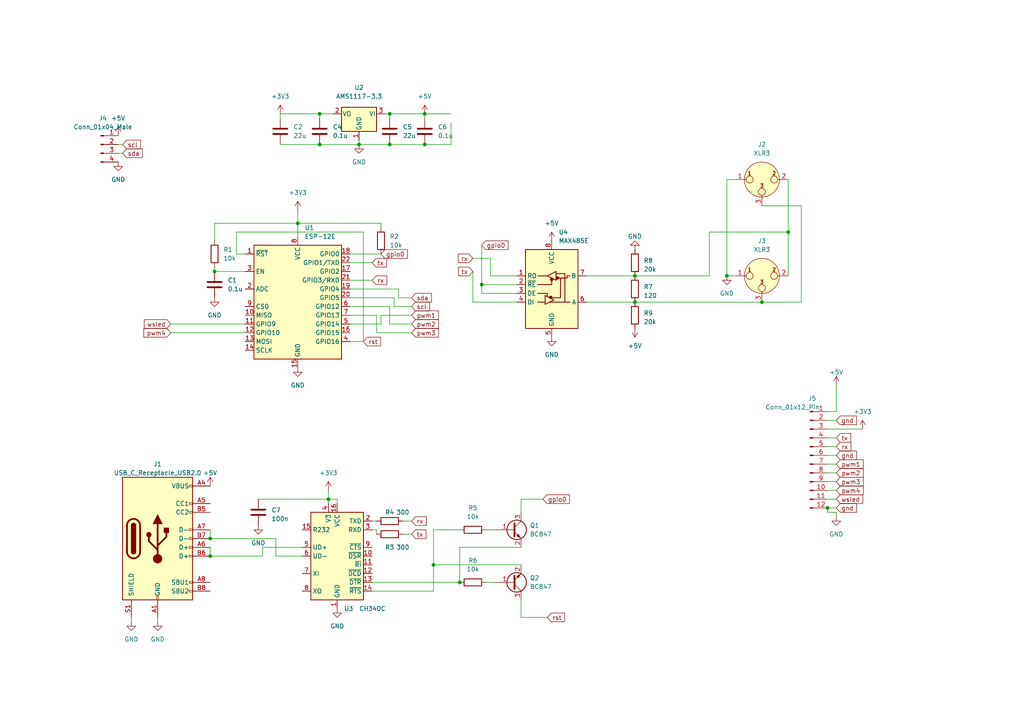
<source format=kicad_sch>
(kicad_sch (version 20230121) (generator eeschema)
  (paper "A4")
  (lib_symbols
    (symbol "+5V_1" (power) (pin_names (offset 0))
      (property "Value" "+5V_1" (at 0 3.556 0))
      (symbol "+5V_1_0_1"
        (polyline (pts (xy -0.762 1.27) (xy 0 2.54)))
        (polyline (pts (xy 0 0) (xy 0 2.54)))
        (polyline (pts (xy 0 2.54) (xy 0.762 1.27)))
      )
      (symbol "+5V_1_1_1"
        (pin power_in line (at 0 0 90) (length 0) hide (name "+5V") (number "1"))
      )
    )
    (symbol "+5V_2" (power) (pin_names (offset 0))
      (property "Value" "+5V_2" (at 0 3.556 0))
      (symbol "+5V_2_0_1"
        (polyline (pts (xy -0.762 1.27) (xy 0 2.54)))
        (polyline (pts (xy 0 0) (xy 0 2.54)))
        (polyline (pts (xy 0 2.54) (xy 0.762 1.27)))
      )
      (symbol "+5V_2_1_1"
        (pin power_in line (at 0 0 90) (length 0) hide (name "+5V") (number "1"))
      )
    )
    (symbol "+5V_3" (power) (pin_names (offset 0))
      (property "Value" "+5V_3" (at 0 3.556 0))
      (symbol "+5V_3_0_1"
        (polyline (pts (xy -0.762 1.27) (xy 0 2.54)))
        (polyline (pts (xy 0 0) (xy 0 2.54)))
        (polyline (pts (xy 0 2.54) (xy 0.762 1.27)))
      )
      (symbol "+5V_3_1_1"
        (pin power_in line (at 0 0 90) (length 0) hide (name "+5V") (number "1"))
      )
    )
    (symbol "Connector:Conn_01x04_Male" (pin_names (offset 1.016) hide)
      (property "Reference" "J" (at 0 5.08 0))
      (property "Value" "Conn_01x04_Male" (at 0 -7.62 0))
      (symbol "Conn_01x04_Male_1_1"
        (polyline (pts (xy 1.27 -5.08) (xy 0.8636 -5.08)) (stroke (width 0.1524)))
        (polyline (pts (xy 1.27 -2.54) (xy 0.8636 -2.54)) (stroke (width 0.1524)))
        (polyline (pts (xy 1.27 0) (xy 0.8636 0)) (stroke (width 0.1524)))
        (polyline (pts (xy 1.27 2.54) (xy 0.8636 2.54)) (stroke (width 0.1524)))
        (rectangle (start 0.8636 -4.953) (end 0 -5.207) (stroke (width 0.1524)) (fill (type outline)))
        (rectangle (start 0.8636 -2.413) (end 0 -2.667) (stroke (width 0.1524)) (fill (type outline)))
        (rectangle (start 0.8636 0.127) (end 0 -0.127) (stroke (width 0.1524)) (fill (type outline)))
        (rectangle (start 0.8636 2.667) (end 0 2.413) (stroke (width 0.1524)) (fill (type outline)))
        (pin passive line (at 5.08 2.54 180) (length 3.81) (name "Pin_1") (number "1"))
        (pin passive line (at 5.08 0 180) (length 3.81) (name "Pin_2") (number "2"))
        (pin passive line (at 5.08 -2.54 180) (length 3.81) (name "Pin_3") (number "3"))
        (pin passive line (at 5.08 -5.08 180) (length 3.81) (name "Pin_4") (number "4"))
      )
    )
    (symbol "Connector:Conn_01x12_Pin" (pin_names (offset 1.016) hide)
      (property "Reference" "J" (at 0 15.24 0))
      (property "Value" "Conn_01x12_Pin" (at 0 -17.78 0))
      (symbol "Conn_01x12_Pin_1_1"
        (polyline (pts (xy 1.27 -15.24) (xy 0.8636 -15.24)) (stroke (width 0.1524)))
        (polyline (pts (xy 1.27 -12.7) (xy 0.8636 -12.7)) (stroke (width 0.1524)))
        (polyline (pts (xy 1.27 -10.16) (xy 0.8636 -10.16)) (stroke (width 0.1524)))
        (polyline (pts (xy 1.27 -7.62) (xy 0.8636 -7.62)) (stroke (width 0.1524)))
        (polyline (pts (xy 1.27 -5.08) (xy 0.8636 -5.08)) (stroke (width 0.1524)))
        (polyline (pts (xy 1.27 -2.54) (xy 0.8636 -2.54)) (stroke (width 0.1524)))
        (polyline (pts (xy 1.27 0) (xy 0.8636 0)) (stroke (width 0.1524)))
        (polyline (pts (xy 1.27 2.54) (xy 0.8636 2.54)) (stroke (width 0.1524)))
        (polyline (pts (xy 1.27 5.08) (xy 0.8636 5.08)) (stroke (width 0.1524)))
        (polyline (pts (xy 1.27 7.62) (xy 0.8636 7.62)) (stroke (width 0.1524)))
        (polyline (pts (xy 1.27 10.16) (xy 0.8636 10.16)) (stroke (width 0.1524)))
        (polyline (pts (xy 1.27 12.7) (xy 0.8636 12.7)) (stroke (width 0.1524)))
        (rectangle (start 0.8636 -15.113) (end 0 -15.367) (stroke (width 0.1524)) (fill (type outline)))
        (rectangle (start 0.8636 -12.573) (end 0 -12.827) (stroke (width 0.1524)) (fill (type outline)))
        (rectangle (start 0.8636 -10.033) (end 0 -10.287) (stroke (width 0.1524)) (fill (type outline)))
        (rectangle (start 0.8636 -7.493) (end 0 -7.747) (stroke (width 0.1524)) (fill (type outline)))
        (rectangle (start 0.8636 -4.953) (end 0 -5.207) (stroke (width 0.1524)) (fill (type outline)))
        (rectangle (start 0.8636 -2.413) (end 0 -2.667) (stroke (width 0.1524)) (fill (type outline)))
        (rectangle (start 0.8636 0.127) (end 0 -0.127) (stroke (width 0.1524)) (fill (type outline)))
        (rectangle (start 0.8636 2.667) (end 0 2.413) (stroke (width 0.1524)) (fill (type outline)))
        (rectangle (start 0.8636 5.207) (end 0 4.953) (stroke (width 0.1524)) (fill (type outline)))
        (rectangle (start 0.8636 7.747) (end 0 7.493) (stroke (width 0.1524)) (fill (type outline)))
        (rectangle (start 0.8636 10.287) (end 0 10.033) (stroke (width 0.1524)) (fill (type outline)))
        (rectangle (start 0.8636 12.827) (end 0 12.573) (stroke (width 0.1524)) (fill (type outline)))
        (pin passive line (at 5.08 12.7 180) (length 3.81) (name "Pin_1") (number "1"))
        (pin passive line (at 5.08 -10.16 180) (length 3.81) (name "Pin_10") (number "10"))
        (pin passive line (at 5.08 -12.7 180) (length 3.81) (name "Pin_11") (number "11"))
        (pin passive line (at 5.08 -15.24 180) (length 3.81) (name "Pin_12") (number "12"))
        (pin passive line (at 5.08 10.16 180) (length 3.81) (name "Pin_2") (number "2"))
        (pin passive line (at 5.08 7.62 180) (length 3.81) (name "Pin_3") (number "3"))
        (pin passive line (at 5.08 5.08 180) (length 3.81) (name "Pin_4") (number "4"))
        (pin passive line (at 5.08 2.54 180) (length 3.81) (name "Pin_5") (number "5"))
        (pin passive line (at 5.08 0 180) (length 3.81) (name "Pin_6") (number "6"))
        (pin passive line (at 5.08 -2.54 180) (length 3.81) (name "Pin_7") (number "7"))
        (pin passive line (at 5.08 -5.08 180) (length 3.81) (name "Pin_8") (number "8"))
        (pin passive line (at 5.08 -7.62 180) (length 3.81) (name "Pin_9") (number "9"))
      )
    )
    (symbol "Connector:USB_C_Receptacle_USB2.0" (pin_names (offset 1.016))
      (property "Reference" "J" (at -10.16 19.05 0))
      (property "Value" "USB_C_Receptacle_USB2.0" (at 19.05 19.05 0))
      (symbol "USB_C_Receptacle_USB2.0_0_0"
        (rectangle (start -0.254 -17.78) (end 0.254 -16.764))
        (rectangle (start 10.16 -14.986) (end 9.144 -15.494))
        (rectangle (start 10.16 -12.446) (end 9.144 -12.954))
        (rectangle (start 10.16 -4.826) (end 9.144 -5.334))
        (rectangle (start 10.16 -2.286) (end 9.144 -2.794))
        (rectangle (start 10.16 0.254) (end 9.144 -0.254))
        (rectangle (start 10.16 2.794) (end 9.144 2.286))
        (rectangle (start 10.16 7.874) (end 9.144 7.366))
        (rectangle (start 10.16 10.414) (end 9.144 9.906))
        (rectangle (start 10.16 15.494) (end 9.144 14.986))
      )
      (symbol "USB_C_Receptacle_USB2.0_0_1"
        (rectangle (start -10.16 17.78) (end 10.16 -17.78) (stroke (width 0.254)) (fill (type background)))
        (arc (start -8.89 -3.81) (mid -6.985 -5.7067) (end -5.08 -3.81) (stroke (width 0.508)))
        (arc (start -7.62 -3.81) (mid -6.985 -4.4423) (end -6.35 -3.81) (stroke (width 0.254)))
        (arc (start -7.62 -3.81) (mid -6.985 -4.4423) (end -6.35 -3.81) (stroke (width 0.254)) (fill (type outline)))
        (rectangle (start -7.62 -3.81) (end -6.35 3.81) (stroke (width 0.254)) (fill (type outline)))
        (arc (start -6.35 3.81) (mid -6.985 4.4423) (end -7.62 3.81) (stroke (width 0.254)))
        (arc (start -6.35 3.81) (mid -6.985 4.4423) (end -7.62 3.81) (stroke (width 0.254)) (fill (type outline)))
        (arc (start -5.08 3.81) (mid -6.985 5.7067) (end -8.89 3.81) (stroke (width 0.508)))
        (circle (center -2.54 1.143) (radius 0.635) (stroke (width 0.254)) (fill (type outline)))
        (circle (center 0 -5.842) (radius 1.27) (fill (type outline)))
        (polyline (pts (xy -8.89 -3.81) (xy -8.89 3.81)) (stroke (width 0.508)))
        (polyline (pts (xy -5.08 3.81) (xy -5.08 -3.81)) (stroke (width 0.508)))
        (polyline (pts (xy 0 -5.842) (xy 0 4.318)) (stroke (width 0.508)))
        (polyline (pts (xy 0 -3.302) (xy -2.54 -0.762) (xy -2.54 0.508)) (stroke (width 0.508)))
        (polyline (pts (xy 0 -2.032) (xy 2.54 0.508) (xy 2.54 1.778)) (stroke (width 0.508)))
        (polyline (pts (xy -1.27 4.318) (xy 0 6.858) (xy 1.27 4.318) (xy -1.27 4.318)) (stroke (width 0.254)) (fill (type outline)))
        (rectangle (start 1.905 1.778) (end 3.175 3.048) (stroke (width 0.254)) (fill (type outline)))
      )
      (symbol "USB_C_Receptacle_USB2.0_1_1"
        (pin passive line (at 0 -22.86 90) (length 5.08) (name "GND") (number "A1"))
        (pin passive line (at 0 -22.86 90) (length 5.08) hide (name "GND") (number "A12"))
        (pin passive line (at 15.24 15.24 180) (length 5.08) (name "VBUS") (number "A4"))
        (pin bidirectional line (at 15.24 10.16 180) (length 5.08) (name "CC1") (number "A5"))
        (pin bidirectional line (at 15.24 -2.54 180) (length 5.08) (name "D+") (number "A6"))
        (pin bidirectional line (at 15.24 2.54 180) (length 5.08) (name "D-") (number "A7"))
        (pin bidirectional line (at 15.24 -12.7 180) (length 5.08) (name "SBU1") (number "A8"))
        (pin passive line (at 15.24 15.24 180) (length 5.08) hide (name "VBUS") (number "A9"))
        (pin passive line (at 0 -22.86 90) (length 5.08) hide (name "GND") (number "B1"))
        (pin passive line (at 0 -22.86 90) (length 5.08) hide (name "GND") (number "B12"))
        (pin passive line (at 15.24 15.24 180) (length 5.08) hide (name "VBUS") (number "B4"))
        (pin bidirectional line (at 15.24 7.62 180) (length 5.08) (name "CC2") (number "B5"))
        (pin bidirectional line (at 15.24 -5.08 180) (length 5.08) (name "D+") (number "B6"))
        (pin bidirectional line (at 15.24 0 180) (length 5.08) (name "D-") (number "B7"))
        (pin bidirectional line (at 15.24 -15.24 180) (length 5.08) (name "SBU2") (number "B8"))
        (pin passive line (at 15.24 15.24 180) (length 5.08) hide (name "VBUS") (number "B9"))
        (pin passive line (at -7.62 -22.86 90) (length 5.08) (name "SHIELD") (number "S1"))
      )
    )
    (symbol "Connector:XLR3" (pin_names hide)
      (property "Reference" "J" (at 0 8.89 0))
      (property "Value" "XLR3" (at 0 6.35 0))
      (symbol "XLR3_0_1"
        (circle (center -3.556 0) (radius 1.016))
        (circle (center 0 -3.556) (radius 1.016))
        (polyline (pts (xy -5.08 0) (xy -4.572 0)))
        (polyline (pts (xy 0 -5.08) (xy 0 -4.572)))
        (polyline (pts (xy 5.08 0) (xy 4.572 0)))
        (circle (center 0 0) (radius 5.08) (fill (type background)))
        (circle (center 3.556 0) (radius 1.016))
        (text "1" (at -3.556 1.778 0) (effects (font (size 1.016 1.016) bold)))
        (text "2" (at 3.556 1.778 0) (effects (font (size 1.016 1.016) bold)))
        (text "3" (at 0 -1.778 0) (effects (font (size 1.016 1.016) bold)))
        (pin passive line (at -7.62 0 0) (length 2.54) (name "~") (number "1"))
        (pin passive line (at 7.62 0 180) (length 2.54) (name "~") (number "2"))
        (pin passive line (at 0 -7.62 90) (length 2.54) (name "~") (number "3"))
      )
    )
    (symbol "Device:C" (pin_numbers hide) (pin_names (offset 0.254))
      (property "Reference" "C" (at 0.635 2.54 0))
      (property "Value" "C" (at 0.635 -2.54 0))
      (symbol "C_0_1"
        (polyline (pts (xy -2.032 -0.762) (xy 2.032 -0.762)) (stroke (width 0.508)))
        (polyline (pts (xy -2.032 0.762) (xy 2.032 0.762)) (stroke (width 0.508)))
      )
      (symbol "C_1_1"
        (pin passive line (at 0 3.81 270) (length 2.794) (name "~") (number "1"))
        (pin passive line (at 0 -3.81 90) (length 2.794) (name "~") (number "2"))
      )
    )
    (symbol "Device:R" (pin_numbers hide) (pin_names (offset 0))
      (property "Reference" "R" (at 2.032 0 90))
      (property "Value" "R" (at 0 0 90))
      (symbol "R_0_1"
        (rectangle (start -1.016 -2.54) (end 1.016 2.54) (stroke (width 0.254)))
      )
      (symbol "R_1_1"
        (pin passive line (at 0 3.81 270) (length 1.27) (name "~") (number "1"))
        (pin passive line (at 0 -3.81 90) (length 1.27) (name "~") (number "2"))
      )
    )
    (symbol "GND_1" (power) (pin_names (offset 0))
      (property "Value" "GND_1" (at 0 -3.81 0))
      (symbol "GND_1_0_1"
        (polyline (pts (xy 0 0) (xy 0 -1.27) (xy 1.27 -1.27) (xy 0 -2.54) (xy -1.27 -1.27) (xy 0 -1.27)))
      )
      (symbol "GND_1_1_1"
        (pin power_in line (at 0 0 270) (length 0) hide (name "GND") (number "1"))
      )
    )
    (symbol "GND_2" (power) (pin_names (offset 0))
      (property "Value" "GND_2" (at 0 -3.81 0))
      (symbol "GND_2_0_1"
        (polyline (pts (xy 0 0) (xy 0 -1.27) (xy 1.27 -1.27) (xy 0 -2.54) (xy -1.27 -1.27) (xy 0 -1.27)))
      )
      (symbol "GND_2_1_1"
        (pin power_in line (at 0 0 270) (length 0) hide (name "GND") (number "1"))
      )
    )
    (symbol "GND_3" (power) (pin_names (offset 0))
      (property "Value" "GND_3" (at 0 -3.81 0))
      (symbol "GND_3_0_1"
        (polyline (pts (xy 0 0) (xy 0 -1.27) (xy 1.27 -1.27) (xy 0 -2.54) (xy -1.27 -1.27) (xy 0 -1.27)))
      )
      (symbol "GND_3_1_1"
        (pin power_in line (at 0 0 270) (length 0) hide (name "GND") (number "1"))
      )
    )
    (symbol "Interface_UART:MAX485E"
      (property "Reference" "U" (at -6.096 11.43 0))
      (property "Value" "MAX485E" (at 0.762 11.43 0))
      (symbol "MAX485E_0_1"
        (rectangle (start -7.62 10.16) (end 7.62 -12.7) (stroke (width 0.254)) (fill (type background)))
        (circle (center -0.3048 -3.683) (radius 0.3556) (stroke (width 0.254)) (fill (type outline)))
        (circle (center -0.0254 1.4986) (radius 0.3556) (stroke (width 0.254)) (fill (type outline)))
        (polyline (pts (xy -4.064 -5.08) (xy -1.905 -5.08)) (stroke (width 0.254)))
        (polyline (pts (xy -4.064 2.54) (xy -1.27 2.54)) (stroke (width 0.254)))
        (polyline (pts (xy -1.27 -3.2004) (xy -1.27 -3.4544)) (stroke (width 0.254)))
        (polyline (pts (xy -0.635 -5.08) (xy 5.334 -5.08)) (stroke (width 0.254)))
        (polyline (pts (xy -4.064 -2.54) (xy -1.27 -2.54) (xy -1.27 -3.175)) (stroke (width 0.254)))
        (polyline (pts (xy 0 1.27) (xy 0 0) (xy -4.064 0)) (stroke (width 0.254)))
        (polyline (pts (xy 1.27 3.175) (xy 3.81 3.175) (xy 3.81 -5.08)) (stroke (width 0.254)))
        (polyline (pts (xy 2.54 1.905) (xy 2.54 -3.81) (xy 0 -3.81)) (stroke (width 0.254)))
        (polyline (pts (xy -1.905 -3.175) (xy -1.905 -5.715) (xy 0.635 -4.445) (xy -1.905 -3.175)) (stroke (width 0.254)))
        (polyline (pts (xy -1.27 2.54) (xy 1.27 3.81) (xy 1.27 1.27) (xy -1.27 2.54)) (stroke (width 0.254)))
        (polyline (pts (xy 1.905 1.905) (xy 4.445 1.905) (xy 4.445 2.54) (xy 5.334 2.54)) (stroke (width 0.254)))
        (rectangle (start 1.27 3.175) (end 1.27 3.175))
        (circle (center 1.651 1.905) (radius 0.3556) (stroke (width 0.254)) (fill (type outline)))
      )
      (symbol "MAX485E_1_1"
        (pin output line (at -10.16 2.54 0) (length 2.54) (name "RO") (number "1"))
        (pin input line (at -10.16 0 0) (length 2.54) (name "~{RE}") (number "2"))
        (pin input line (at -10.16 -2.54 0) (length 2.54) (name "DE") (number "3"))
        (pin input line (at -10.16 -5.08 0) (length 2.54) (name "DI") (number "4"))
        (pin power_in line (at 0 -15.24 90) (length 2.54) (name "GND") (number "5"))
        (pin bidirectional line (at 10.16 -5.08 180) (length 2.54) (name "A") (number "6"))
        (pin bidirectional line (at 10.16 2.54 180) (length 2.54) (name "B") (number "7"))
        (pin power_in line (at 0 12.7 270) (length 2.54) (name "VCC") (number "8"))
      )
    )
    (symbol "Interface_USB:CH340G"
      (property "Reference" "U" (at -5.08 13.97 0))
      (property "Value" "CH340G" (at 1.27 13.97 0))
      (symbol "CH340G_0_1"
        (rectangle (start -7.62 12.7) (end 7.62 -12.7) (stroke (width 0.254)) (fill (type background)))
      )
      (symbol "CH340G_1_1"
        (pin power_in line (at 0 -15.24 90) (length 2.54) (name "GND") (number "1"))
        (pin input line (at 10.16 0 180) (length 2.54) (name "~{DSR}") (number "10"))
        (pin input line (at 10.16 -2.54 180) (length 2.54) (name "~{RI}") (number "11"))
        (pin input line (at 10.16 -5.08 180) (length 2.54) (name "~{DCD}") (number "12"))
        (pin output line (at 10.16 -7.62 180) (length 2.54) (name "~{DTR}") (number "13"))
        (pin output line (at 10.16 -10.16 180) (length 2.54) (name "~{RTS}") (number "14"))
        (pin input line (at -10.16 7.62 0) (length 2.54) (name "R232") (number "15"))
        (pin power_in line (at 0 15.24 270) (length 2.54) (name "VCC") (number "16"))
        (pin output line (at 10.16 10.16 180) (length 2.54) (name "TXD") (number "2"))
        (pin input line (at 10.16 7.62 180) (length 2.54) (name "RXD") (number "3"))
        (pin passive line (at -2.54 15.24 270) (length 2.54) (name "V3") (number "4"))
        (pin bidirectional line (at -10.16 2.54 0) (length 2.54) (name "UD+") (number "5"))
        (pin bidirectional line (at -10.16 0 0) (length 2.54) (name "UD-") (number "6"))
        (pin input line (at -10.16 -5.08 0) (length 2.54) (name "XI") (number "7"))
        (pin output line (at -10.16 -10.16 0) (length 2.54) (name "XO") (number "8"))
        (pin input line (at 10.16 2.54 180) (length 2.54) (name "~{CTS}") (number "9"))
      )
    )
    (symbol "RF_Module:ESP-12E"
      (property "Reference" "U" (at -12.7 19.05 0))
      (property "Value" "ESP-12E" (at 12.7 19.05 0))
      (symbol "ESP-12E_0_1"
        (rectangle (start -12.7 17.78) (end 12.7 -15.24) (stroke (width 0.254)) (fill (type background)))
      )
      (symbol "ESP-12E_1_1"
        (pin input line (at -15.24 15.24 0) (length 2.54) (name "~{RST}") (number "1"))
        (pin bidirectional line (at -15.24 -2.54 0) (length 2.54) (name "MISO") (number "10"))
        (pin bidirectional line (at -15.24 -5.08 0) (length 2.54) (name "GPIO9") (number "11"))
        (pin bidirectional line (at -15.24 -7.62 0) (length 2.54) (name "GPIO10") (number "12"))
        (pin bidirectional line (at -15.24 -10.16 0) (length 2.54) (name "MOSI") (number "13"))
        (pin bidirectional line (at -15.24 -12.7 0) (length 2.54) (name "SCLK") (number "14"))
        (pin power_in line (at 0 -17.78 90) (length 2.54) (name "GND") (number "15"))
        (pin bidirectional line (at 15.24 -7.62 180) (length 2.54) (name "GPIO15") (number "16"))
        (pin bidirectional line (at 15.24 10.16 180) (length 2.54) (name "GPIO2") (number "17"))
        (pin bidirectional line (at 15.24 15.24 180) (length 2.54) (name "GPIO0") (number "18"))
        (pin bidirectional line (at 15.24 5.08 180) (length 2.54) (name "GPIO4") (number "19"))
        (pin input line (at -15.24 5.08 0) (length 2.54) (name "ADC") (number "2"))
        (pin bidirectional line (at 15.24 2.54 180) (length 2.54) (name "GPIO5") (number "20"))
        (pin bidirectional line (at 15.24 7.62 180) (length 2.54) (name "GPIO3/RXD") (number "21"))
        (pin bidirectional line (at 15.24 12.7 180) (length 2.54) (name "GPIO1/TXD") (number "22"))
        (pin input line (at -15.24 10.16 0) (length 2.54) (name "EN") (number "3"))
        (pin bidirectional line (at 15.24 -10.16 180) (length 2.54) (name "GPIO16") (number "4"))
        (pin bidirectional line (at 15.24 -5.08 180) (length 2.54) (name "GPIO14") (number "5"))
        (pin bidirectional line (at 15.24 0 180) (length 2.54) (name "GPIO12") (number "6"))
        (pin bidirectional line (at 15.24 -2.54 180) (length 2.54) (name "GPIO13") (number "7"))
        (pin power_in line (at 0 20.32 270) (length 2.54) (name "VCC") (number "8"))
        (pin input line (at -15.24 0 0) (length 2.54) (name "CS0") (number "9"))
      )
    )
    (symbol "Regulator_Linear:AMS1117-3.3" (pin_names (offset 0.254))
      (property "Reference" "U" (at -3.81 3.175 0))
      (property "Value" "AMS1117-3.3" (at 0 3.175 0))
      (symbol "AMS1117-3.3_0_1"
        (rectangle (start -5.08 -5.08) (end 5.08 1.905) (stroke (width 0.254)) (fill (type background)))
      )
      (symbol "AMS1117-3.3_1_1"
        (pin power_in line (at 0 -7.62 90) (length 2.54) (name "GND") (number "1"))
        (pin power_out line (at 7.62 0 180) (length 2.54) (name "VO") (number "2"))
        (pin power_in line (at -7.62 0 0) (length 2.54) (name "VI") (number "3"))
      )
    )
    (symbol "Transistor_BJT:BC847" (pin_names (offset 0) hide)
      (property "Reference" "Q" (at 5.08 1.905 0))
      (property "Value" "BC847" (at 5.08 0 0))
      (symbol "BC847_0_1"
        (polyline (pts (xy 0.635 0.635) (xy 2.54 2.54)))
        (polyline (pts (xy 0.635 -0.635) (xy 2.54 -2.54) (xy 2.54 -2.54)))
        (polyline (pts (xy 0.635 1.905) (xy 0.635 -1.905) (xy 0.635 -1.905)) (stroke (width 0.508)))
        (polyline (pts (xy 1.27 -1.778) (xy 1.778 -1.27) (xy 2.286 -2.286) (xy 1.27 -1.778) (xy 1.27 -1.778)) (fill (type outline)))
        (circle (center 1.27 0) (radius 2.8194) (stroke (width 0.254)))
      )
      (symbol "BC847_1_1"
        (pin input line (at -5.08 0 0) (length 5.715) (name "B") (number "1"))
        (pin passive line (at 2.54 -5.08 90) (length 2.54) (name "E") (number "2"))
        (pin passive line (at 2.54 5.08 270) (length 2.54) (name "C") (number "3"))
      )
    )
    (symbol "power:+3.3V" (power) (pin_names (offset 0))
      (property "Value" "+3.3V" (at 0 3.556 0))
      (symbol "+3.3V_0_1"
        (polyline (pts (xy -0.762 1.27) (xy 0 2.54)))
        (polyline (pts (xy 0 0) (xy 0 2.54)))
        (polyline (pts (xy 0 2.54) (xy 0.762 1.27)))
      )
      (symbol "+3.3V_1_1"
        (pin power_in line (at 0 0 90) (length 0) hide (name "+3V3") (number "1"))
      )
    )
    (symbol "power:+5V" (power) (pin_names (offset 0))
      (property "Value" "+5V" (at 0 3.556 0))
      (symbol "+5V_0_1"
        (polyline (pts (xy -0.762 1.27) (xy 0 2.54)))
        (polyline (pts (xy 0 0) (xy 0 2.54)))
        (polyline (pts (xy 0 2.54) (xy 0.762 1.27)))
      )
      (symbol "+5V_1_1"
        (pin power_in line (at 0 0 90) (length 0) hide (name "+5V") (number "1"))
      )
    )
    (symbol "power:GND" (power) (pin_names (offset 0))
      (property "Value" "GND" (at 0 -3.81 0))
      (symbol "GND_0_1"
        (polyline (pts (xy 0 0) (xy 0 -1.27) (xy 1.27 -1.27) (xy 0 -2.54) (xy -1.27 -1.27) (xy 0 -1.27)))
      )
      (symbol "GND_1_1"
        (pin power_in line (at 0 0 270) (length 0) hide (name "GND") (number "1"))
      )
    )
  )
  (junction (at 113.03 41.91))
  (junction (at 133.35 168.91))
  (junction (at 210.82 80.01))
  (junction (at 123.19 33.02))
  (junction (at 92.71 33.02))
  (junction (at 228.6 67.31))
  (junction (at 113.03 33.02))
  (junction (at 220.98 87.63))
  (junction (at 95.25 144.78))
  (junction (at 104.14 41.91))
  (junction (at 60.96 156.21))
  (junction (at 86.36 64.77))
  (junction (at 184.15 87.63))
  (junction (at 62.23 78.74))
  (junction (at 184.15 80.01))
  (junction (at 240.03 147.32))
  (junction (at 60.96 161.29))
  (junction (at 123.19 41.91))
  (junction (at 92.71 41.91))
  (junction (at 139.7 82.55))
  (junction (at 125.73 163.83))
  (wire (pts (xy 240.03 129.54) (xy 242.57 129.54)))
  (wire (pts (xy 151.13 163.83) (xy 125.73 163.83)))
  (wire (pts (xy 130.81 35.56) (xy 130.81 41.91)))
  (wire (pts (xy 125.73 171.45) (xy 125.73 163.83)))
  (wire (pts (xy 232.41 87.63) (xy 220.98 87.63)))
  (wire (pts (xy 109.22 154.94) (xy 109.22 153.67)))
  (wire (pts (xy 60.96 161.29) (xy 76.2 161.29)))
  (wire (pts (xy 110.49 93.98) (xy 110.49 91.44)))
  (wire (pts (xy 240.03 134.62) (xy 242.57 134.62)))
  (wire (pts (xy 232.41 59.69) (xy 232.41 87.63)))
  (wire (pts (xy 101.6 91.44) (xy 109.22 91.44)))
  (wire (pts (xy 92.71 33.02) (xy 81.28 33.02)))
  (wire (pts (xy 80.01 161.29) (xy 80.01 156.21)))
  (wire (pts (xy 240.03 127) (xy 242.57 127)))
  (wire (pts (xy 184.15 80.01) (xy 205.74 80.01)))
  (wire (pts (xy 240.03 148.59) (xy 242.57 148.59)))
  (wire (pts (xy 81.28 41.91) (xy 92.71 41.91)))
  (wire (pts (xy 104.14 40.64) (xy 104.14 41.91)))
  (wire (pts (xy 125.73 163.83) (xy 125.73 153.67)))
  (wire (pts (xy 125.73 153.67) (xy 133.35 153.67)))
  (wire (pts (xy 76.2 161.29) (xy 76.2 158.75)))
  (wire (pts (xy 105.41 99.06) (xy 105.41 67.31)))
  (wire (pts (xy 109.22 151.13) (xy 107.95 151.13)))
  (wire (pts (xy 109.22 96.52) (xy 119.38 96.52)))
  (wire (pts (xy 101.6 86.36) (xy 114.3 86.36)))
  (wire (pts (xy 60.96 156.21) (xy 80.01 156.21)))
  (wire (pts (xy 113.03 41.91) (xy 123.19 41.91)))
  (wire (pts (xy 95.25 144.78) (xy 95.25 146.05)))
  (wire (pts (xy 205.74 67.31) (xy 228.6 67.31)))
  (wire (pts (xy 240.03 139.7) (xy 242.57 139.7)))
  (wire (pts (xy 105.41 67.31) (xy 68.58 67.31)))
  (wire (pts (xy 115.57 83.82) (xy 115.57 86.36)))
  (wire (pts (xy 170.18 87.63) (xy 184.15 87.63)))
  (wire (pts (xy 139.7 85.09) (xy 139.7 82.55)))
  (wire (pts (xy 110.49 91.44) (xy 119.38 91.44)))
  (wire (pts (xy 158.75 179.07) (xy 151.13 179.07)))
  (wire (pts (xy 170.18 80.01) (xy 184.15 80.01)))
  (wire (pts (xy 240.03 144.78) (xy 242.57 144.78)))
  (wire (pts (xy 130.81 41.91) (xy 123.19 41.91)))
  (wire (pts (xy 110.49 64.77) (xy 86.36 64.77)))
  (wire (pts (xy 114.3 88.9) (xy 119.38 88.9)))
  (wire (pts (xy 220.98 59.69) (xy 232.41 59.69)))
  (wire (pts (xy 123.19 33.02) (xy 123.19 34.29)))
  (wire (pts (xy 60.96 161.29) (xy 60.96 158.75)))
  (wire (pts (xy 228.6 52.07) (xy 228.6 67.31)))
  (wire (pts (xy 101.6 81.28) (xy 107.95 81.28)))
  (wire (pts (xy 62.23 78.74) (xy 62.23 77.47)))
  (wire (pts (xy 240.03 147.32) (xy 242.57 147.32)))
  (wire (pts (xy 107.95 171.45) (xy 125.73 171.45)))
  (wire (pts (xy 133.35 168.91) (xy 133.35 158.75)))
  (wire (pts (xy 76.2 158.75) (xy 87.63 158.75)))
  (wire (pts (xy 86.36 64.77) (xy 86.36 68.58)))
  (wire (pts (xy 101.6 76.2) (xy 107.95 76.2)))
  (wire (pts (xy 38.1 179.07) (xy 38.1 180.34)))
  (wire (pts (xy 95.25 144.78) (xy 74.93 144.78)))
  (wire (pts (xy 68.58 67.31) (xy 68.58 73.66)))
  (wire (pts (xy 104.14 41.91) (xy 113.03 41.91)))
  (wire (pts (xy 240.03 121.92) (xy 242.57 121.92)))
  (wire (pts (xy 86.36 64.77) (xy 62.23 64.77)))
  (wire (pts (xy 137.16 74.93) (xy 142.24 74.93)))
  (wire (pts (xy 110.49 66.04) (xy 110.49 64.77)))
  (wire (pts (xy 137.16 87.63) (xy 137.16 78.74)))
  (wire (pts (xy 101.6 99.06) (xy 105.41 99.06)))
  (wire (pts (xy 149.86 87.63) (xy 137.16 87.63)))
  (wire (pts (xy 107.95 153.67) (xy 109.22 153.67)))
  (wire (pts (xy 113.03 33.02) (xy 123.19 33.02)))
  (wire (pts (xy 62.23 64.77) (xy 62.23 69.85)))
  (wire (pts (xy 139.7 71.12) (xy 139.7 82.55)))
  (wire (pts (xy 101.6 83.82) (xy 115.57 83.82)))
  (wire (pts (xy 97.79 146.05) (xy 97.79 144.78)))
  (wire (pts (xy 49.53 96.52) (xy 71.12 96.52)))
  (wire (pts (xy 107.95 168.91) (xy 133.35 168.91)))
  (wire (pts (xy 35.56 41.91) (xy 34.29 41.91)))
  (wire (pts (xy 68.58 73.66) (xy 71.12 73.66)))
  (wire (pts (xy 242.57 148.59) (xy 242.57 149.86)))
  (wire (pts (xy 213.36 80.01) (xy 210.82 80.01)))
  (wire (pts (xy 123.19 33.02) (xy 130.81 33.02)))
  (wire (pts (xy 101.6 73.66) (xy 110.49 73.66)))
  (wire (pts (xy 242.57 119.38) (xy 240.03 119.38)))
  (wire (pts (xy 71.12 78.74) (xy 62.23 78.74)))
  (wire (pts (xy 205.74 80.01) (xy 205.74 67.31)))
  (wire (pts (xy 87.63 161.29) (xy 80.01 161.29)))
  (wire (pts (xy 45.72 180.34) (xy 45.72 179.07)))
  (wire (pts (xy 140.97 168.91) (xy 143.51 168.91)))
  (wire (pts (xy 240.03 148.59) (xy 240.03 147.32)))
  (wire (pts (xy 60.96 156.21) (xy 60.96 153.67)))
  (wire (pts (xy 140.97 153.67) (xy 143.51 153.67)))
  (wire (pts (xy 86.36 60.96) (xy 86.36 64.77)))
  (wire (pts (xy 242.57 111.76) (xy 242.57 119.38)))
  (wire (pts (xy 81.28 33.02) (xy 81.28 34.29)))
  (wire (pts (xy 151.13 148.59) (xy 151.13 144.78)))
  (wire (pts (xy 149.86 80.01) (xy 142.24 80.01)))
  (wire (pts (xy 133.35 158.75) (xy 151.13 158.75)))
  (wire (pts (xy 96.52 33.02) (xy 92.71 33.02)))
  (wire (pts (xy 210.82 52.07) (xy 210.82 80.01)))
  (wire (pts (xy 116.84 154.94) (xy 119.38 154.94)))
  (wire (pts (xy 97.79 144.78) (xy 95.25 144.78)))
  (wire (pts (xy 151.13 144.78) (xy 157.48 144.78)))
  (wire (pts (xy 149.86 85.09) (xy 139.7 85.09)))
  (wire (pts (xy 240.03 142.24) (xy 242.57 142.24)))
  (wire (pts (xy 240.03 137.16) (xy 242.57 137.16)))
  (wire (pts (xy 139.7 82.55) (xy 149.86 82.55)))
  (wire (pts (xy 101.6 93.98) (xy 110.49 93.98)))
  (wire (pts (xy 114.3 86.36) (xy 114.3 88.9)))
  (wire (pts (xy 184.15 87.63) (xy 220.98 87.63)))
  (wire (pts (xy 151.13 179.07) (xy 151.13 173.99)))
  (wire (pts (xy 142.24 80.01) (xy 142.24 74.93)))
  (wire (pts (xy 240.03 132.08) (xy 242.57 132.08)))
  (wire (pts (xy 116.84 151.13) (xy 119.38 151.13)))
  (wire (pts (xy 111.76 33.02) (xy 113.03 33.02)))
  (wire (pts (xy 213.36 52.07) (xy 210.82 52.07)))
  (wire (pts (xy 113.03 88.9) (xy 113.03 93.98)))
  (wire (pts (xy 228.6 67.31) (xy 228.6 80.01)))
  (wire (pts (xy 95.25 142.24) (xy 95.25 144.78)))
  (wire (pts (xy 240.03 124.46) (xy 250.19 124.46)))
  (wire (pts (xy 115.57 86.36) (xy 119.38 86.36)))
  (wire (pts (xy 101.6 88.9) (xy 113.03 88.9)))
  (wire (pts (xy 113.03 34.29) (xy 113.03 33.02)))
  (wire (pts (xy 92.71 33.02) (xy 92.71 34.29)))
  (wire (pts (xy 49.53 93.98) (xy 71.12 93.98)))
  (wire (pts (xy 109.22 91.44) (xy 109.22 96.52)))
  (wire (pts (xy 92.71 41.91) (xy 104.14 41.91)))
  (wire (pts (xy 113.03 93.98) (xy 119.38 93.98)))
  (wire (pts (xy 35.56 44.45) (xy 34.29 44.45)))
  (global_label "scl" (shape input) (at 35.56 41.91 0) (property "Intersheetrefs" "${INTERSHEET_REFS}" (effects hide)))
  (global_label "pwm3" (shape input) (at 242.57 139.7 0) (property "Intersheetrefs" "${INTERSHEET_REFS}" (effects hide)))
  (global_label "tx" (shape input) (at 242.57 127 0) (property "Intersheetrefs" "${INTERSHEET_REFS}" (effects hide)))
  (global_label "pwm4" (shape input) (at 242.57 142.24 0) (property "Intersheetrefs" "${INTERSHEET_REFS}" (effects hide)))
  (global_label "wsled" (shape input) (at 242.57 144.78 0) (property "Intersheetrefs" "${INTERSHEET_REFS}" (effects hide)))
  (global_label "rx" (shape input) (at 107.95 81.28 0) (property "Intersheetrefs" "${INTERSHEET_REFS}" (effects hide)))
  (global_label "gpio0" (shape input) (at 139.7 71.12 0) (property "Intersheetrefs" "${INTERSHEET_REFS}" (effects hide)))
  (global_label "pwm1" (shape input) (at 242.57 134.62 0) (property "Intersheetrefs" "${INTERSHEET_REFS}" (effects hide)))
  (global_label "pwm4" (shape input) (at 49.53 96.52 180) (property "Intersheetrefs" "${INTERSHEET_REFS}" (effects hide)))
  (global_label "tx" (shape input) (at 119.38 154.94 0) (property "Intersheetrefs" "${INTERSHEET_REFS}" (effects hide)))
  (global_label "pwm2" (shape input) (at 119.38 93.98 0) (property "Intersheetrefs" "${INTERSHEET_REFS}" (effects hide)))
  (global_label "sda" (shape input) (at 35.56 44.45 0) (property "Intersheetrefs" "${INTERSHEET_REFS}" (effects hide)))
  (global_label "tx" (shape input) (at 107.95 76.2 0) (property "Intersheetrefs" "${INTERSHEET_REFS}" (effects hide)))
  (global_label "gpio0" (shape input) (at 110.49 73.66 0) (property "Intersheetrefs" "${INTERSHEET_REFS}" (effects hide)))
  (global_label "rst" (shape input) (at 105.41 99.06 0) (property "Intersheetrefs" "${INTERSHEET_REFS}" (effects hide)))
  (global_label "rx" (shape input) (at 242.57 129.54 0) (property "Intersheetrefs" "${INTERSHEET_REFS}" (effects hide)))
  (global_label "scl" (shape input) (at 119.38 88.9 0) (property "Intersheetrefs" "${INTERSHEET_REFS}" (effects hide)))
  (global_label "gnd" (shape input) (at 242.57 121.92 0) (property "Intersheetrefs" "${INTERSHEET_REFS}" (effects hide)))
  (global_label "rx" (shape input) (at 137.16 74.93 180) (property "Intersheetrefs" "${INTERSHEET_REFS}" (effects hide)))
  (global_label "gpio0" (shape input) (at 157.48 144.78 0) (property "Intersheetrefs" "${INTERSHEET_REFS}" (effects hide)))
  (global_label "pwm2" (shape input) (at 242.57 137.16 0) (property "Intersheetrefs" "${INTERSHEET_REFS}" (effects hide)))
  (global_label "wsled" (shape input) (at 49.53 93.98 180) (property "Intersheetrefs" "${INTERSHEET_REFS}" (effects hide)))
  (global_label "rst" (shape input) (at 158.75 179.07 0) (property "Intersheetrefs" "${INTERSHEET_REFS}" (effects hide)))
  (global_label "gnd" (shape input) (at 242.57 132.08 0) (property "Intersheetrefs" "${INTERSHEET_REFS}" (effects hide)))
  (global_label "tx" (shape input) (at 137.16 78.74 180) (property "Intersheetrefs" "${INTERSHEET_REFS}" (effects hide)))
  (global_label "pwm3" (shape input) (at 119.38 96.52 0) (property "Intersheetrefs" "${INTERSHEET_REFS}" (effects hide)))
  (global_label "pwm1" (shape input) (at 119.38 91.44 0) (property "Intersheetrefs" "${INTERSHEET_REFS}" (effects hide)))
  (global_label "gnd" (shape input) (at 242.57 147.32 0) (property "Intersheetrefs" "${INTERSHEET_REFS}" (effects hide)))
  (global_label "rx" (shape input) (at 119.38 151.13 0) (property "Intersheetrefs" "${INTERSHEET_REFS}" (effects hide)))
  (global_label "sda" (shape input) (at 119.38 86.36 0) (property "Intersheetrefs" "${INTERSHEET_REFS}" (effects hide)))
  (symbol (lib_id "Device:R") (at 184.15 91.44 0) (unit 1)
    (property "Reference" "R9" (at 186.69 90.805 0) (effects (justify left)))
    (property "Value" "20k" (at 186.69 93.345 0) (effects (justify left)))
    (property "Footprint" "Resistor_SMD:R_0805_2012Metric_Pad1.20x1.40mm_HandSolder" (effects hide))
  )
  (symbol (lib_name "+5V_1") (lib_id "power:+5V") (at 184.15 95.25 180) (unit 1)
    (property "Reference" "#PWR017" (effects hide))
    (property "Value" "+5V" (at 184.15 100.33 0))
  )
  (symbol (lib_id "power:GND") (at 210.82 80.01 0) (unit 1)
    (property "Reference" "#PWR013" (effects hide))
    (property "Value" "GND" (at 210.82 85.09 0))
  )
  (symbol (lib_id "Connector:Conn_01x04_Male") (at 29.21 41.91 0) (unit 1)
    (property "Reference" "J4" (at 29.845 34.29 0))
    (property "Value" "Conn_01x04_Male" (at 29.845 36.83 0))
    (property "Footprint" "Connector_PinHeader_2.54mm:PinHeader_1x04_P2.54mm_Vertical" (effects hide))
  )
  (symbol (lib_id "Device:R") (at 137.16 168.91 90) (unit 1)
    (property "Reference" "R6" (at 137.16 162.56 90))
    (property "Value" "10k" (at 137.16 165.1 90))
    (property "Footprint" "Resistor_SMD:R_0805_2012Metric_Pad1.20x1.40mm_HandSolder" (effects hide))
  )
  (symbol (lib_id "Device:R") (at 184.15 76.2 0) (unit 1)
    (property "Reference" "R8" (at 186.69 75.565 0) (effects (justify left)))
    (property "Value" "20k" (at 186.69 78.105 0) (effects (justify left)))
    (property "Footprint" "Resistor_SMD:R_0805_2012Metric_Pad1.20x1.40mm_HandSolder" (effects hide))
  )
  (symbol (lib_id "Connector:USB_C_Receptacle_USB2.0") (at 45.72 156.21 0) (unit 1)
    (property "Reference" "J1" (at 45.72 134.62 0))
    (property "Value" "USB_C_Receptacle_USB2.0" (at 45.72 137.16 0))
    (property "Footprint" "usb connectors:TYPE-C-31-M-12" (effects hide))
    (property "Datasheet" "https://www.usb.org/sites/default/files/documents/usb_type-c.zip" (effects hide))
  )
  (symbol (lib_id "Interface_USB:CH340G") (at 97.79 161.29 0) (unit 1)
    (property "Reference" "U3" (at 99.7459 176.53 0) (effects (justify left)))
    (property "Value" "CH340C" (at 104.14 176.53 0) (effects (justify left)))
    (property "Footprint" "Package_SO:SOIC-16_3.9x9.9mm_P1.27mm" (effects hide))
    (property "Datasheet" "http://www.datasheet5.com/pdf-local-2195953" (effects hide))
  )
  (symbol (lib_id "power:+3.3V") (at 95.25 142.24 0) (unit 1)
    (property "Reference" "#PWR010" (effects hide))
    (property "Value" "+3.3V" (at 95.25 137.16 0))
  )
  (symbol (lib_id "Device:R") (at 62.23 73.66 0) (unit 1)
    (property "Reference" "R1" (at 64.77 72.3899 0) (effects (justify left)))
    (property "Value" "10k" (at 64.77 74.9299 0) (effects (justify left)))
    (property "Footprint" "Resistor_SMD:R_0805_2012Metric_Pad1.20x1.40mm_HandSolder" (effects hide))
  )
  (symbol (lib_id "power:GND") (at 62.23 86.36 0) (unit 1)
    (property "Reference" "#PWR03" (effects hide))
    (property "Value" "GND" (at 62.23 91.44 0))
  )
  (symbol (lib_id "Device:C") (at 113.03 38.1 0) (unit 1)
    (property "Reference" "C5" (at 116.84 36.8299 0) (effects (justify left)))
    (property "Value" "22u" (at 116.84 39.3699 0) (effects (justify left)))
    (property "Footprint" "Capacitor_SMD:C_0805_2012Metric_Pad1.18x1.45mm_HandSolder" (effects hide))
  )
  (symbol (lib_name "GND_1") (lib_id "power:GND") (at 184.15 72.39 180) (unit 1)
    (property "Reference" "#PWR016" (effects hide))
    (property "Value" "GND" (at 184.15 68.58 0))
  )
  (symbol (lib_id "Transistor_BJT:BC847") (at 148.59 168.91 0) (mirror x) (unit 1)
    (property "Reference" "Q2" (at 153.67 167.6399 0) (effects (justify left)))
    (property "Value" "BC847" (at 153.67 170.1799 0) (effects (justify left)))
    (property "Footprint" "Package_TO_SOT_SMD:SOT-23" (effects hide))
    (property "Datasheet" "http://www.infineon.com/dgdl/Infineon-BC847SERIES_BC848SERIES_BC849SERIES_BC850SERIES-DS-v01_01-en.pdf?fileId=db3a304314dca389011541d4630a1657" (effects hide))
  )
  (symbol (lib_id "power:+5V") (at 160.02 69.85 0) (unit 1)
    (property "Reference" "#PWR011" (effects hide))
    (property "Value" "+5V" (at 160.02 64.77 0))
  )
  (symbol (lib_id "Regulator_Linear:AMS1117-3.3") (at 104.14 33.02 0) (mirror y) (unit 1)
    (property "Reference" "U2" (at 104.14 25.4 0))
    (property "Value" "AMS1117-3.3" (at 104.14 27.94 0))
    (property "Footprint" "Package_TO_SOT_SMD:SOT-223-3_TabPin2" (effects hide))
    (property "Datasheet" "http://www.advanced-monolithic.com/pdf/ds1117.pdf" (effects hide))
  )
  (symbol (lib_name "+5V_3") (lib_id "power:+5V") (at 60.96 140.97 0) (unit 1)
    (property "Reference" "#PWR05" (effects hide))
    (property "Value" "+5V" (at 60.96 137.16 0))
  )
  (symbol (lib_id "Connector:XLR3") (at 220.98 52.07 0) (unit 1)
    (property "Reference" "J2" (at 220.98 41.91 0))
    (property "Value" "XLR3" (at 220.98 44.45 0))
    (property "Footprint" "Connector_PinHeader_2.54mm:PinHeader_1x03_P2.54mm_Vertical" (effects hide))
    (property "Datasheet" " ~" (effects hide))
  )
  (symbol (lib_id "power:GND") (at 34.29 46.99 0) (unit 1)
    (property "Reference" "#PWR015" (effects hide))
    (property "Value" "GND" (at 34.29 52.07 0))
  )
  (symbol (lib_id "power:GND") (at 160.02 97.79 0) (unit 1)
    (property "Reference" "#PWR012" (effects hide))
    (property "Value" "GND" (at 160.02 102.87 0))
  )
  (symbol (lib_id "power:GND") (at 104.14 41.91 0) (unit 1)
    (property "Reference" "#PWR08" (effects hide))
    (property "Value" "GND" (at 104.14 46.99 0))
  )
  (symbol (lib_id "Device:C") (at 92.71 38.1 0) (unit 1)
    (property "Reference" "C4" (at 96.52 36.8299 0) (effects (justify left)))
    (property "Value" "0.1u" (at 96.52 39.3699 0) (effects (justify left)))
    (property "Footprint" "Capacitor_SMD:C_0805_2012Metric_Pad1.18x1.45mm_HandSolder" (effects hide))
  )
  (symbol (lib_id "Device:C") (at 62.23 82.55 0) (unit 1)
    (property "Reference" "C1" (at 66.04 81.2799 0) (effects (justify left)))
    (property "Value" "0.1u" (at 66.04 83.8199 0) (effects (justify left)))
    (property "Footprint" "Capacitor_SMD:C_0805_2012Metric_Pad1.18x1.45mm_HandSolder" (effects hide))
  )
  (symbol (lib_id "power:+3.3V") (at 86.36 60.96 0) (unit 1)
    (property "Reference" "#PWR06" (effects hide))
    (property "Value" "+3.3V" (at 86.36 55.88 0))
  )
  (symbol (lib_id "Device:R") (at 110.49 69.85 0) (unit 1)
    (property "Reference" "R2" (at 113.03 68.5799 0) (effects (justify left)))
    (property "Value" "10k" (at 113.03 71.1199 0) (effects (justify left)))
    (property "Footprint" "Resistor_SMD:R_0805_2012Metric_Pad1.20x1.40mm_HandSolder" (effects hide))
  )
  (symbol (lib_id "Connector:XLR3") (at 220.98 80.01 0) (unit 1)
    (property "Reference" "J3" (at 220.98 69.85 0))
    (property "Value" "XLR3" (at 220.98 72.39 0))
    (property "Footprint" "Connector_PinHeader_2.54mm:PinHeader_1x03_P2.54mm_Vertical" (effects hide))
    (property "Datasheet" " ~" (effects hide))
  )
  (symbol (lib_id "Device:R") (at 113.03 151.13 90) (unit 1)
    (property "Reference" "R4" (at 113.03 148.59 90))
    (property "Value" "300" (at 116.84 148.59 90))
    (property "Footprint" "Resistor_SMD:R_0805_2012Metric_Pad1.20x1.40mm_HandSolder" (effects hide))
  )
  (symbol (lib_id "power:+3.3V") (at 81.28 33.02 0) (unit 1)
    (property "Reference" "#PWR04" (effects hide))
    (property "Value" "+3.3V" (at 81.28 27.94 0))
  )
  (symbol (lib_id "power:GND") (at 86.36 106.68 0) (unit 1)
    (property "Reference" "#PWR07" (effects hide))
    (property "Value" "GND" (at 86.36 111.76 0))
  )
  (symbol (lib_id "power:GND") (at 38.1 180.34 0) (unit 1)
    (property "Reference" "#PWR01" (effects hide))
    (property "Value" "GND" (at 38.1 185.42 0))
  )
  (symbol (lib_id "Device:R") (at 113.03 154.94 90) (unit 1)
    (property "Reference" "R3" (at 113.03 158.75 90))
    (property "Value" "300" (at 116.84 158.75 90))
    (property "Footprint" "Resistor_SMD:R_0805_2012Metric_Pad1.20x1.40mm_HandSolder" (effects hide))
  )
  (symbol (lib_id "power:GND") (at 97.79 176.53 0) (unit 1)
    (property "Reference" "#PWR0101" (effects hide))
    (property "Value" "GND" (at 97.79 181.61 0))
  )
  (symbol (lib_id "Device:C") (at 74.93 148.59 0) (unit 1)
    (property "Reference" "C7" (at 78.74 147.955 0) (effects (justify left)))
    (property "Value" "100n" (at 78.74 150.495 0) (effects (justify left)))
    (property "Footprint" "Capacitor_SMD:C_0805_2012Metric_Pad1.18x1.45mm_HandSolder" (effects hide))
  )
  (symbol (lib_name "GND_2") (lib_id "power:GND") (at 242.57 149.86 0) (unit 1)
    (property "Reference" "#PWR018" (effects hide))
    (property "Value" "GND" (at 242.57 154.94 0))
  )
  (symbol (lib_id "power:+5V") (at 34.29 39.37 0) (unit 1)
    (property "Reference" "#PWR014" (effects hide))
    (property "Value" "+5V" (at 34.29 34.29 0))
  )
  (symbol (lib_id "Transistor_BJT:BC847") (at 148.59 153.67 0) (unit 1)
    (property "Reference" "Q1" (at 153.67 152.3999 0) (effects (justify left)))
    (property "Value" "BC847" (at 153.67 154.9399 0) (effects (justify left)))
    (property "Footprint" "Package_TO_SOT_SMD:SOT-23" (effects hide))
    (property "Datasheet" "http://www.infineon.com/dgdl/Infineon-BC847SERIES_BC848SERIES_BC849SERIES_BC850SERIES-DS-v01_01-en.pdf?fileId=db3a304314dca389011541d4630a1657" (effects hide))
  )
  (symbol (lib_id "Interface_UART:MAX485E") (at 160.02 82.55 0) (unit 1)
    (property "Reference" "U4" (at 162.0394 67.31 0) (effects (justify left)))
    (property "Value" "MAX485E" (at 162.0394 69.85 0) (effects (justify left)))
    (property "Footprint" "Package_SO:MSOP-8_3x3mm_P0.65mm" (effects hide))
    (property "Datasheet" "https://datasheets.maximintegrated.com/en/ds/MAX1487E-MAX491E.pdf" (effects hide))
  )
  (symbol (lib_name "GND_3") (lib_id "power:GND") (at 74.93 152.4 0) (unit 1)
    (property "Reference" "#PWR020" (effects hide))
    (property "Value" "GND" (at 74.93 157.48 0))
  )
  (symbol (lib_id "power:+3.3V") (at 250.19 124.46 0) (unit 1)
    (property "Reference" "#PWR021" (effects hide))
    (property "Value" "+3.3V" (at 250.19 119.38 0))
  )
  (symbol (lib_id "Device:R") (at 184.15 83.82 180) (unit 1)
    (property "Reference" "R7" (at 186.69 83.185 0) (effects (justify right)))
    (property "Value" "120" (at 186.69 85.725 0) (effects (justify right)))
    (property "Footprint" "Resistor_SMD:R_0805_2012Metric_Pad1.20x1.40mm_HandSolder" (effects hide))
  )
  (symbol (lib_id "Device:C") (at 81.28 38.1 0) (unit 1)
    (property "Reference" "C2" (at 85.09 36.8299 0) (effects (justify left)))
    (property "Value" "22u" (at 85.09 39.3699 0) (effects (justify left)))
    (property "Footprint" "Capacitor_SMD:C_0805_2012Metric_Pad1.18x1.45mm_HandSolder" (effects hide))
  )
  (symbol (lib_id "Device:C") (at 123.19 38.1 0) (unit 1)
    (property "Reference" "C6" (at 127 36.8299 0) (effects (justify left)))
    (property "Value" "0.1u" (at 127 39.3699 0) (effects (justify left)))
    (property "Footprint" "Capacitor_SMD:C_0805_2012Metric_Pad1.18x1.45mm_HandSolder" (effects hide))
  )
  (symbol (lib_id "Device:R") (at 137.16 153.67 90) (unit 1)
    (property "Reference" "R5" (at 137.16 147.32 90))
    (property "Value" "10k" (at 137.16 149.86 90))
    (property "Footprint" "Resistor_SMD:R_0805_2012Metric_Pad1.20x1.40mm_HandSolder" (effects hide))
  )
  (symbol (lib_id "Connector:Conn_01x12_Pin") (at 234.95 132.08 0) (unit 1)
    (property "Reference" "J5" (at 235.585 115.57 0))
    (property "Value" "Conn_01x12_Pin" (at 229.87 118.11 0))
    (property "Footprint" "Connector_PinHeader_2.54mm:PinHeader_1x12_P2.54mm_Vertical" (effects hide))
  )
  (symbol (lib_id "power:GND") (at 45.72 180.34 0) (unit 1)
    (property "Reference" "#PWR02" (effects hide))
    (property "Value" "GND" (at 45.72 185.42 0))
  )
  (symbol (lib_id "power:+5V") (at 123.19 33.02 0) (unit 1)
    (property "Reference" "#PWR09" (effects hide))
    (property "Value" "+5V" (at 123.19 27.94 0))
  )
  (symbol (lib_name "+5V_2") (lib_id "power:+5V") (at 242.57 111.76 0) (unit 1)
    (property "Reference" "#PWR019" (effects hide))
    (property "Value" "+5V" (at 242.57 107.95 0))
  )
  (symbol (lib_id "RF_Module:ESP-12E") (at 86.36 88.9 0) (unit 1)
    (property "Reference" "U1" (at 88.3794 66.04 0) (effects (justify left)))
    (property "Value" "ESP-12E" (at 88.3794 68.58 0) (effects (justify left)))
    (property "Footprint" "RF_Module:ESP-12E" (effects hide))
    (property "Datasheet" "http://wiki.ai-thinker.com/_media/esp8266/esp8266_series_modules_user_manual_v1.1.pdf" (effects hide))
  )
)
</source>
